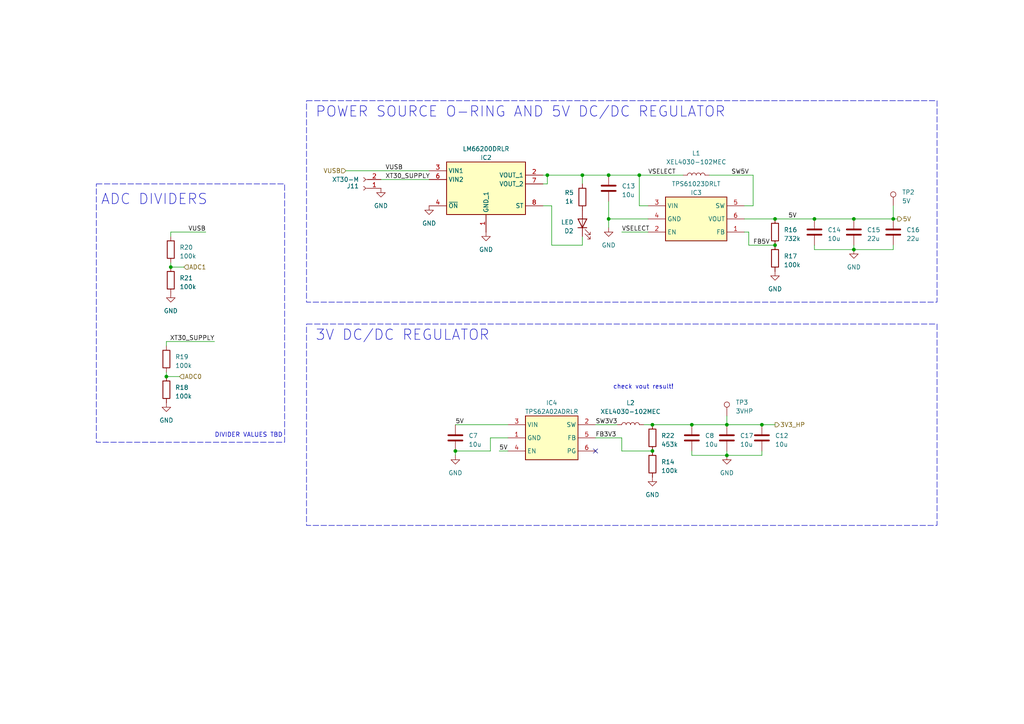
<source format=kicad_sch>
(kicad_sch (version 20230121) (generator eeschema)
  (paper "A4")
  (title_block (title "Payload 2023 CM4 Board") (date "2023-04-25") (rev "0.1WIP") (company "AGH Space Systems") (comment 1 "Filip Tomczyk") (comment 2 "SQ3TLE.DEV"))
  (lib_symbols
    (symbol "Connector:Conn_01x02_Socket" (pin_names (offset 1.016) hide)
      (property "Reference" "J" (at 0 2.54 0))
      (property "Value" "Conn_01x02_Socket" (at 0 -5.08 0))
      (symbol "Conn_01x02_Socket_1_1"
        (arc (start 0 -2.032) (mid -0.5058 -2.54) (end 0 -3.048) (stroke (width 0.1524)))
        (polyline (pts (xy -1.27 -2.54) (xy -0.508 -2.54)) (stroke (width 0.1524)))
        (polyline (pts (xy -1.27 0) (xy -0.508 0)) (stroke (width 0.1524)))
        (arc (start 0 0.508) (mid -0.5058 0) (end 0 -0.508) (stroke (width 0.1524)))
        (pin passive line (at -5.08 0 0) (length 3.81) (name "Pin_1") (number "1"))
        (pin passive line (at -5.08 -2.54 0) (length 3.81) (name "Pin_2") (number "2"))
      )
    )
    (symbol "Connector:TestPoint" (pin_numbers hide) (pin_names (offset 0.762) hide)
      (property "Reference" "TP" (at 0 6.858 0))
      (property "Value" "TestPoint" (at 0 5.08 0))
      (symbol "TestPoint_0_1"
        (circle (center 0 3.302) (radius 0.762))
      )
      (symbol "TestPoint_1_1"
        (pin passive line (at 0 0 90) (length 2.54) (name "1") (number "1"))
      )
    )
    (symbol "Device:C" (pin_numbers hide) (pin_names (offset 0.254))
      (property "Reference" "C" (at 0.635 2.54 0))
      (property "Value" "C" (at 0.635 -2.54 0))
      (symbol "C_0_1"
        (polyline (pts (xy -2.032 -0.762) (xy 2.032 -0.762)) (stroke (width 0.508)))
        (polyline (pts (xy -2.032 0.762) (xy 2.032 0.762)) (stroke (width 0.508)))
      )
      (symbol "C_1_1"
        (pin passive line (at 0 3.81 270) (length 2.794) (name "~") (number "1"))
        (pin passive line (at 0 -3.81 90) (length 2.794) (name "~") (number "2"))
      )
    )
    (symbol "Device:L" (pin_numbers hide) (pin_names (offset 1.016) hide)
      (property "Reference" "L" (at -1.27 0 90))
      (property "Value" "L" (at 1.905 0 90))
      (symbol "L_0_1"
        (arc (start 0 -2.54) (mid 0.6323 -1.905) (end 0 -1.27))
        (arc (start 0 -1.27) (mid 0.6323 -0.635) (end 0 0))
        (arc (start 0 0) (mid 0.6323 0.635) (end 0 1.27))
        (arc (start 0 1.27) (mid 0.6323 1.905) (end 0 2.54))
      )
      (symbol "L_1_1"
        (pin passive line (at 0 3.81 270) (length 1.27) (name "1") (number "1"))
        (pin passive line (at 0 -3.81 90) (length 1.27) (name "2") (number "2"))
      )
    )
    (symbol "Device:LED" (pin_numbers hide) (pin_names (offset 1.016) hide)
      (property "Reference" "D" (at 0 2.54 0))
      (property "Value" "LED" (at 0 -2.54 0))
      (symbol "LED_0_1"
        (polyline (pts (xy -1.27 -1.27) (xy -1.27 1.27)) (stroke (width 0.254)))
        (polyline (pts (xy -1.27 0) (xy 1.27 0)))
        (polyline (pts (xy 1.27 -1.27) (xy 1.27 1.27) (xy -1.27 0) (xy 1.27 -1.27)) (stroke (width 0.254)))
        (polyline (pts (xy -3.048 -0.762) (xy -4.572 -2.286) (xy -3.81 -2.286) (xy -4.572 -2.286) (xy -4.572 -1.524)))
        (polyline (pts (xy -1.778 -0.762) (xy -3.302 -2.286) (xy -2.54 -2.286) (xy -3.302 -2.286) (xy -3.302 -1.524)))
      )
      (symbol "LED_1_1"
        (pin passive line (at -3.81 0 0) (length 2.54) (name "K") (number "1"))
        (pin passive line (at 3.81 0 180) (length 2.54) (name "A") (number "2"))
      )
    )
    (symbol "Device:R" (pin_numbers hide) (pin_names (offset 0))
      (property "Reference" "R" (at 2.032 0 90))
      (property "Value" "R" (at 0 0 90))
      (symbol "R_0_1"
        (rectangle (start -1.016 -2.54) (end 1.016 2.54) (stroke (width 0.254)))
      )
      (symbol "R_1_1"
        (pin passive line (at 0 3.81 270) (length 1.27) (name "~") (number "1"))
        (pin passive line (at 0 -3.81 90) (length 1.27) (name "~") (number "2"))
      )
    )
    (symbol "LibLoader:LM66200DRLR"
      (property "Reference" "IC2" (at 16.51 6.35 0))
      (property "Value" "LM66200DRLR" (at 16.51 8.89 0))
      (symbol "LM66200DRLR_1_1"
        (rectangle (start 5.08 5.08) (end 27.94 -10.16) (stroke (width 0.254)) (fill (type background)))
        (pin passive line (at 16.51 -15.24 90) (length 5.08) (name "GND_1") (number "1"))
        (pin passive line (at 33.02 1.27 180) (length 5.08) (name "VOUT_1") (number "2"))
        (pin passive line (at 0 2.54 0) (length 5.08) (name "VIN1") (number "3"))
        (pin passive line (at 0 -7.62 0) (length 5.08) (name "~{ON}") (number "4"))
        (pin passive line (at 16.51 -15.24 90) (length 5.08) hide (name "GND_2") (number "5"))
        (pin passive line (at 0 0 0) (length 5.08) (name "VIN2") (number "6"))
        (pin passive line (at 33.02 -1.27 180) (length 5.08) (name "VOUT_2") (number "7"))
        (pin passive line (at 33.02 -7.62 180) (length 5.08) (name "ST") (number "8"))
      )
    )
    (symbol "LibLoader:TPS61023DRLT"
      (property "Reference" "IC" (at 24.13 7.62 0))
      (property "Value" "TPS61023DRLT" (at 24.13 5.08 0))
      (symbol "TPS61023DRLT_1_1"
        (rectangle (start 5.08 2.54) (end 22.86 -10.16) (stroke (width 0.254)) (fill (type background)))
        (pin passive line (at 27.94 -7.62 180) (length 5.08) (name "FB") (number "1"))
        (pin passive line (at 0 -7.62 0) (length 5.08) (name "EN") (number "2"))
        (pin passive line (at 0 0 0) (length 5.08) (name "VIN") (number "3"))
        (pin passive line (at 0 -3.81 0) (length 5.08) (name "GND") (number "4"))
        (pin passive line (at 27.94 0 180) (length 5.08) (name "SW") (number "5"))
        (pin passive line (at 27.94 -3.81 180) (length 5.08) (name "VOUT") (number "6"))
      )
    )
    (symbol "LibLoader:TPS62A02ADRLR"
      (property "Reference" "IC" (at 11.43 7.62 0))
      (property "Value" "TPS62A02ADRLR" (at 5.08 5.08 0))
      (symbol "TPS62A02ADRLR_1_1"
        (rectangle (start 5.08 2.54) (end 20.32 -10.16) (stroke (width 0.254)) (fill (type background)))
        (pin passive line (at 0 -3.81 0) (length 5.08) (name "GND") (number "1"))
        (pin passive line (at 25.4 0 180) (length 5.08) (name "SW") (number "2"))
        (pin passive line (at 0 0 0) (length 5.08) (name "VIN") (number "3"))
        (pin passive line (at 0 -7.62 0) (length 5.08) (name "EN") (number "4"))
        (pin passive line (at 25.4 -3.81 180) (length 5.08) (name "FB") (number "5"))
        (pin passive line (at 25.4 -7.62 180) (length 5.08) (name "PG") (number "6"))
      )
    )
    (symbol "power:GND" (power) (pin_names (offset 0))
      (property "Value" "GND" (at 0 -3.81 0))
      (symbol "GND_0_1"
        (polyline (pts (xy 0 0) (xy 0 -1.27) (xy 1.27 -1.27) (xy 0 -2.54) (xy -1.27 -1.27) (xy 0 -1.27)))
      )
      (symbol "GND_1_1"
        (pin power_in line (at 0 0 270) (length 0) hide (name "GND") (number "1"))
      )
    )
  )
  (junction (at 210.82 132.08))
  (junction (at 48.26 109.22))
  (junction (at 132.08 130.81))
  (junction (at 200.66 123.19))
  (junction (at 176.53 50.8))
  (junction (at 259.08 63.5))
  (junction (at 158.75 50.8))
  (junction (at 49.53 77.47))
  (junction (at 210.82 123.19))
  (junction (at 236.22 63.5))
  (junction (at 168.91 50.8))
  (junction (at 220.98 123.19))
  (junction (at 189.23 123.19))
  (junction (at 247.65 63.5))
  (junction (at 176.53 63.5))
  (junction (at 224.79 71.12))
  (junction (at 189.23 130.81))
  (junction (at 224.79 63.5))
  (junction (at 247.65 72.39))
  (junction (at 185.42 50.8))
  (no_connect (at 172.72 130.81))
  (wire (pts (xy 142.24 130.81) (xy 142.24 127)))
  (wire (pts (xy 172.72 127) (xy 180.34 127)))
  (wire (pts (xy 185.42 59.69) (xy 187.96 59.69)))
  (wire (pts (xy 176.53 58.42) (xy 176.53 63.5)))
  (wire (pts (xy 260.35 63.5) (xy 259.08 63.5)))
  (wire (pts (xy 48.26 109.22) (xy 52.07 109.22)))
  (wire (pts (xy 200.66 123.19) (xy 210.82 123.19)))
  (wire (pts (xy 132.08 123.19) (xy 147.32 123.19)))
  (wire (pts (xy 215.9 63.5) (xy 224.79 63.5)))
  (wire (pts (xy 185.42 50.8) (xy 198.12 50.8)))
  (wire (pts (xy 259.08 72.39) (xy 259.08 71.12)))
  (wire (pts (xy 48.26 99.06) (xy 48.26 100.33)))
  (wire (pts (xy 49.53 76.2) (xy 49.53 77.47)))
  (wire (pts (xy 100.33 49.53) (xy 124.46 49.53)))
  (wire (pts (xy 132.08 130.81) (xy 142.24 130.81)))
  (wire (pts (xy 224.79 123.19) (xy 220.98 123.19)))
  (wire (pts (xy 147.32 130.81) (xy 144.78 130.81)))
  (wire (pts (xy 168.91 71.12) (xy 168.91 68.58)))
  (wire (pts (xy 200.66 130.81) (xy 200.66 132.08)))
  (wire (pts (xy 247.65 72.39) (xy 247.65 71.12)))
  (wire (pts (xy 236.22 72.39) (xy 236.22 71.12)))
  (wire (pts (xy 158.75 50.8) (xy 168.91 50.8)))
  (wire (pts (xy 217.17 71.12) (xy 217.17 67.31)))
  (wire (pts (xy 110.49 52.07) (xy 124.46 52.07)))
  (wire (pts (xy 210.82 132.08) (xy 220.98 132.08)))
  (wire (pts (xy 180.34 127) (xy 180.34 130.81)))
  (wire (pts (xy 205.74 50.8) (xy 218.44 50.8)))
  (wire (pts (xy 157.48 50.8) (xy 158.75 50.8)))
  (wire (pts (xy 224.79 63.5) (xy 236.22 63.5)))
  (wire (pts (xy 247.65 72.39) (xy 259.08 72.39)))
  (wire (pts (xy 49.53 67.31) (xy 59.69 67.31)))
  (wire (pts (xy 48.26 99.06) (xy 62.23 99.06)))
  (wire (pts (xy 220.98 132.08) (xy 220.98 130.81)))
  (wire (pts (xy 172.72 123.19) (xy 179.07 123.19)))
  (wire (pts (xy 176.53 63.5) (xy 187.96 63.5)))
  (wire (pts (xy 49.53 77.47) (xy 53.34 77.47)))
  (wire (pts (xy 180.34 130.81) (xy 189.23 130.81)))
  (wire (pts (xy 200.66 132.08) (xy 210.82 132.08)))
  (wire (pts (xy 210.82 123.19) (xy 220.98 123.19)))
  (wire (pts (xy 168.91 50.8) (xy 168.91 53.34)))
  (wire (pts (xy 49.53 67.31) (xy 49.53 68.58)))
  (wire (pts (xy 236.22 63.5) (xy 247.65 63.5)))
  (wire (pts (xy 217.17 71.12) (xy 224.79 71.12)))
  (wire (pts (xy 158.75 53.34) (xy 157.48 53.34)))
  (wire (pts (xy 158.75 50.8) (xy 158.75 53.34)))
  (wire (pts (xy 247.65 63.5) (xy 259.08 63.5)))
  (wire (pts (xy 218.44 50.8) (xy 218.44 59.69)))
  (wire (pts (xy 157.48 59.69) (xy 160.02 59.69)))
  (wire (pts (xy 48.26 107.95) (xy 48.26 109.22)))
  (wire (pts (xy 168.91 50.8) (xy 176.53 50.8)))
  (wire (pts (xy 180.34 67.31) (xy 187.96 67.31)))
  (wire (pts (xy 176.53 50.8) (xy 185.42 50.8)))
  (wire (pts (xy 185.42 50.8) (xy 185.42 59.69)))
  (wire (pts (xy 186.69 123.19) (xy 189.23 123.19)))
  (wire (pts (xy 160.02 71.12) (xy 168.91 71.12)))
  (wire (pts (xy 218.44 59.69) (xy 215.9 59.69)))
  (wire (pts (xy 189.23 123.19) (xy 200.66 123.19)))
  (wire (pts (xy 210.82 120.65) (xy 210.82 123.19)))
  (wire (pts (xy 176.53 66.04) (xy 176.53 63.5)))
  (wire (pts (xy 236.22 72.39) (xy 247.65 72.39)))
  (wire (pts (xy 142.24 127) (xy 147.32 127)))
  (wire (pts (xy 210.82 132.08) (xy 210.82 130.81)))
  (wire (pts (xy 160.02 59.69) (xy 160.02 71.12)))
  (wire (pts (xy 132.08 132.08) (xy 132.08 130.81)))
  (wire (pts (xy 259.08 59.69) (xy 259.08 63.5)))
  (wire (pts (xy 217.17 67.31) (xy 215.9 67.31)))
  (rectangle (start 88.9 29.21) (end 271.78 87.63) (stroke (width 0) (type dash)))
  (rectangle (start 27.94 53.34) (end 82.55 128.27) (stroke (width 0) (type dash)))
  (rectangle (start 88.9 93.98) (end 271.78 152.4) (stroke (width 0) (type dash)))
  (text "ADC DIVIDERS" (at 29.21 59.69 0) (effects (font (size 3 3)) (justify left bottom)))
  (text "POWER SOURCE O-RING AND 5V DC/DC REGULATOR" (at 91.44 34.29 0) (effects (font (size 3 3)) (justify left bottom)))
  (text "check vout result!" (at 177.8 113.03 0) (effects (font (size 1.27 1.27)) (justify left bottom)))
  (text "3V DC/DC REGULATOR" (at 91.44 99.06 0) (effects (font (size 3 3)) (justify left bottom)))
  (text "DIVIDER VALUES TBD" (at 62.23 127 0) (effects (font (size 1.27 1.27)) (justify left bottom)))
  (label "5V" (at 228.6 63.5 0))
  (label "VUSB" (at 59.69 67.31 180))
  (label "XT30_SUPPLY" (at 62.23 99.06 180))
  (label "FB5V" (at 218.44 71.12 0))
  (label "SW3V3" (at 172.72 123.19 0))
  (label "FB3V3" (at 172.72 127 0))
  (label "5V" (at 144.78 130.81 0))
  (label "XT30_SUPPLY" (at 111.76 52.07 0))
  (label "SW5V" (at 212.09 50.8 0))
  (label "VSELECT" (at 187.96 50.8 0))
  (label "VUSB" (at 111.76 49.53 0))
  (label "5V" (at 132.08 123.19 0))
  (label "VSELECT" (at 180.34 67.31 0))
  (hierarchical_label "ADC1" (shape input) (at 53.34 77.47 0))
  (hierarchical_label "3V3_HP" (shape output) (at 224.79 123.19 0))
  (hierarchical_label "ADC0" (shape input) (at 52.07 109.22 0))
  (hierarchical_label "5V" (shape output) (at 260.35 63.5 0))
  (hierarchical_label "VUSB" (shape input) (at 100.33 49.53 180))
  (symbol (lib_id "Device:LED") (at 168.91 64.77 90) (unit 1)
    (property "Reference" "D2" (at 166.37 66.9925 90) (effects (justify left)))
    (property "Value" "LED" (at 166.37 64.4525 90) (effects (justify left)))
    (property "Footprint" "Diode_SMD:D_0603_1608Metric" (effects hide))
  )
  (symbol (lib_id "Device:R") (at 168.91 57.15 180) (unit 1)
    (property "Reference" "R5" (at 165.1 55.88 0))
    (property "Value" "1k" (at 165.1 58.42 0))
    (property "Footprint" "Capacitor_SMD:C_0402_1005Metric" (effects hide))
    (instances (project "Payload_cm4_23" (path "" (reference "R5") (unit 1)) (path "" (reference "R15") (unit 1))))
  )
  (symbol (lib_id "Device:L") (at 182.88 123.19 90) (unit 1)
    (property "Reference" "L2" (at 182.88 116.84 90))
    (property "Value" "XEL4030-102MEC" (at 182.88 119.38 90))
    (property "Footprint" "Inductor_SMD:L_Coilcraft_XxL4030" (effects hide))
  )
  (symbol (lib_id "Device:C") (at 176.53 54.61 0) (unit 1)
    (property "Reference" "C13" (at 180.34 53.975 0) (effects (justify left)))
    (property "Value" "10u" (at 180.34 56.515 0) (effects (justify left)))
    (property "Footprint" "Capacitor_SMD:C_0805_2012Metric" (effects hide))
  )
  (symbol (lib_id "power:GND") (at 210.82 132.08 0) (unit 1)
    (property "Reference" "#PWR040" (effects hide))
    (property "Value" "GND" (at 210.82 137.16 0))
  )
  (symbol (lib_id "Device:R") (at 48.26 113.03 0) (unit 1)
    (property "Reference" "R18" (at 50.8 112.395 0) (effects (justify left)))
    (property "Value" "100k" (at 50.8 114.935 0) (effects (justify left)))
    (property "Footprint" "Capacitor_SMD:C_0402_1005Metric" (effects hide))
  )
  (symbol (lib_id "Connector:Conn_01x02_Socket") (at 105.41 54.61 180) (unit 1)
    (property "Reference" "J11" (at 104.14 53.975 0) (effects (justify left)))
    (property "Value" "XT30-M" (at 104.14 52.07 0) (effects (justify left)))
    (property "Footprint" "Connector_AMASS:AMASS_XT30U-M_1x02_P5.0mm_Vertical" (effects hide))
  )
  (symbol (lib_id "Connector:TestPoint") (at 259.08 59.69 0) (unit 1)
    (property "Reference" "TP2" (at 261.62 55.753 0) (effects (justify left)))
    (property "Value" "5V" (at 261.62 58.293 0) (effects (justify left)))
    (property "Footprint" "TestPoint:TestPoint_Pad_D2.0mm" (effects hide))
  )
  (symbol (lib_id "LibLoader:TPS61023DRLT") (at 187.96 59.69 0) (unit 1)
    (property "Reference" "IC3" (at 201.93 55.88 0))
    (property "Value" "TPS61023DRLT" (at 201.93 53.34 0))
    (property "Footprint" "SOTFL50P160X60-6N" (effects hide))
    (property "Datasheet" "http://www.ti.com/general/docs/suppproductinfo.tsp?distId=10&gotoUrl=http%3A%2F%2Fwww.ti.com%2Flit%2Fgpn%2Ftps61023" (effects hide))
    (property "Height" "0.6" (effects hide))
    (property "Mouser Part Number" "595-TPS61023DRLT" (effects hide))
    (property "Mouser Price/Stock" "https://www.mouser.co.uk/ProductDetail/Texas-Instruments/TPS61023DRLT?qs=BJlw7L4Cy78Zr3IJIU3gNw%3D%3D" (effects hide))
    (property "Manufacturer_Name" "Texas Instruments" (effects hide))
    (property "Manufacturer_Part_Number" "TPS61023DRLT" (effects hide))
  )
  (symbol (lib_id "Device:R") (at 49.53 81.28 0) (unit 1)
    (property "Reference" "R21" (at 52.07 80.645 0) (effects (justify left)))
    (property "Value" "100k" (at 52.07 83.185 0) (effects (justify left)))
    (property "Footprint" "Capacitor_SMD:C_0402_1005Metric" (effects hide))
  )
  (symbol (lib_id "Device:C") (at 259.08 67.31 0) (unit 1)
    (property "Reference" "C16" (at 262.89 66.675 0) (effects (justify left)))
    (property "Value" "22u" (at 262.89 69.215 0) (effects (justify left)))
    (property "Footprint" "Capacitor_SMD:C_0805_2012Metric" (effects hide))
  )
  (symbol (lib_id "Device:C") (at 210.82 127 0) (unit 1)
    (property "Reference" "C17" (at 214.63 126.365 0) (effects (justify left)))
    (property "Value" "10u" (at 214.63 128.905 0) (effects (justify left)))
    (property "Footprint" "Capacitor_SMD:C_0402_1005Metric" (effects hide))
  )
  (symbol (lib_id "Device:R") (at 224.79 74.93 0) (unit 1)
    (property "Reference" "R17" (at 227.33 74.295 0) (effects (justify left)))
    (property "Value" "100k" (at 227.33 76.835 0) (effects (justify left)))
    (property "Footprint" "Capacitor_SMD:C_0402_1005Metric" (effects hide))
  )
  (symbol (lib_id "power:GND") (at 132.08 132.08 0) (unit 1)
    (property "Reference" "#PWR038" (effects hide))
    (property "Value" "GND" (at 132.08 137.16 0))
  )
  (symbol (lib_id "power:GND") (at 49.53 85.09 0) (unit 1)
    (property "Reference" "#PWR037" (effects hide))
    (property "Value" "GND" (at 49.53 90.17 0))
  )
  (symbol (lib_id "Device:R") (at 48.26 104.14 0) (unit 1)
    (property "Reference" "R19" (at 50.8 103.505 0) (effects (justify left)))
    (property "Value" "100k" (at 50.8 106.045 0) (effects (justify left)))
    (property "Footprint" "Capacitor_SMD:C_0402_1005Metric" (effects hide))
  )
  (symbol (lib_id "Device:C") (at 236.22 67.31 0) (unit 1)
    (property "Reference" "C14" (at 240.03 66.675 0) (effects (justify left)))
    (property "Value" "10u" (at 240.03 69.215 0) (effects (justify left)))
    (property "Footprint" "Capacitor_SMD:C_0805_2012Metric" (effects hide))
  )
  (symbol (lib_id "Device:R") (at 224.79 67.31 0) (unit 1)
    (property "Reference" "R16" (at 227.33 66.675 0) (effects (justify left)))
    (property "Value" "732k" (at 227.33 69.215 0) (effects (justify left)))
    (property "Footprint" "Capacitor_SMD:C_0402_1005Metric" (effects hide))
  )
  (symbol (lib_id "LibLoader:LM66200DRLR") (at 124.46 52.07 0) (unit 1)
    (property "Reference" "IC2" (at 140.97 45.72 0))
    (property "Value" "LM66200DRLR" (at 140.97 43.18 0))
    (property "Footprint" "SOTFL50P160X60-8N" (effects hide))
    (property "Datasheet" "https://www.ti.com/lit/gpn/lm66200" (effects hide))
    (property "Height" "0.6" (effects hide))
    (property "Mouser Part Number" "595-LM66200DRLR" (effects hide))
    (property "Mouser Price/Stock" "https://www.mouser.co.uk/ProductDetail/Texas-Instruments/LM66200DRLR?qs=Rp5uXu7WBW90hnpZAkIOdQ%3D%3D" (effects hide))
    (property "Manufacturer_Name" "Texas Instruments" (effects hide))
    (property "Manufacturer_Part_Number" "LM66200DRLR" (effects hide))
  )
  (symbol (lib_id "Device:C") (at 132.08 127 0) (unit 1)
    (property "Reference" "C7" (at 135.89 126.365 0) (effects (justify left)))
    (property "Value" "10u" (at 135.89 128.905 0) (effects (justify left)))
    (property "Footprint" "Capacitor_SMD:C_0805_2012Metric" (effects hide))
  )
  (symbol (lib_id "power:GND") (at 48.26 116.84 0) (unit 1)
    (property "Reference" "#PWR031" (effects hide))
    (property "Value" "GND" (at 48.26 121.92 0))
  )
  (symbol (lib_id "Device:R") (at 189.23 127 0) (unit 1)
    (property "Reference" "R22" (at 191.77 126.365 0) (effects (justify left)))
    (property "Value" "453k" (at 191.77 128.905 0) (effects (justify left)))
    (property "Footprint" "Capacitor_SMD:C_0402_1005Metric" (effects hide))
  )
  (symbol (lib_id "Connector:TestPoint") (at 210.82 120.65 0) (unit 1)
    (property "Reference" "TP3" (at 213.36 116.713 0) (effects (justify left)))
    (property "Value" "3VHP" (at 213.36 119.253 0) (effects (justify left)))
    (property "Footprint" "TestPoint:TestPoint_Pad_D2.0mm" (effects hide))
  )
  (symbol (lib_id "power:GND") (at 176.53 66.04 0) (unit 1)
    (property "Reference" "#PWR034" (effects hide))
    (property "Value" "GND" (at 176.53 71.12 0))
  )
  (symbol (lib_id "Device:C") (at 247.65 67.31 0) (unit 1)
    (property "Reference" "C15" (at 251.46 66.675 0) (effects (justify left)))
    (property "Value" "22u" (at 251.46 69.215 0) (effects (justify left)))
    (property "Footprint" "Capacitor_SMD:C_0805_2012Metric" (effects hide))
  )
  (symbol (lib_id "power:GND") (at 110.49 54.61 0) (mirror y) (unit 1)
    (property "Reference" "#PWR029" (effects hide))
    (property "Value" "GND" (at 110.49 59.69 0))
  )
  (symbol (lib_id "power:GND") (at 247.65 72.39 0) (unit 1)
    (property "Reference" "#PWR036" (effects hide))
    (property "Value" "GND" (at 247.65 77.47 0))
  )
  (symbol (lib_id "power:GND") (at 189.23 138.43 0) (unit 1)
    (property "Reference" "#PWR039" (effects hide))
    (property "Value" "GND" (at 189.23 143.51 0))
  )
  (symbol (lib_id "Device:R") (at 189.23 134.62 0) (unit 1)
    (property "Reference" "R14" (at 191.77 133.985 0) (effects (justify left)))
    (property "Value" "100k" (at 191.77 136.525 0) (effects (justify left)))
    (property "Footprint" "Capacitor_SMD:C_0402_1005Metric" (effects hide))
  )
  (symbol (lib_id "power:GND") (at 224.79 78.74 0) (unit 1)
    (property "Reference" "#PWR035" (effects hide))
    (property "Value" "GND" (at 224.79 83.82 0))
  )
  (symbol (lib_id "Device:C") (at 220.98 127 0) (unit 1)
    (property "Reference" "C12" (at 224.79 126.365 0) (effects (justify left)))
    (property "Value" "10u" (at 224.79 128.905 0) (effects (justify left)))
    (property "Footprint" "Capacitor_SMD:C_0805_2012Metric" (effects hide))
  )
  (symbol (lib_id "Device:C") (at 200.66 127 0) (unit 1)
    (property "Reference" "C8" (at 204.47 126.365 0) (effects (justify left)))
    (property "Value" "10u" (at 204.47 128.905 0) (effects (justify left)))
    (property "Footprint" "Capacitor_SMD:C_0805_2012Metric" (effects hide))
  )
  (symbol (lib_id "LibLoader:TPS62A02ADRLR") (at 147.32 123.19 0) (unit 1)
    (property "Reference" "IC4" (at 160.02 116.84 0))
    (property "Value" "TPS62A02ADRLR" (at 160.02 119.38 0))
    (property "Footprint" "SOTFL50P160X60-6N" (effects hide))
    (property "Datasheet" "https://www.ti.com/lit/ds/symlink/tps62a01a.pdf?ts=1674357044768&ref_url=https%253A%252F%252Fwww.google.com%252F" (effects hide))
    (property "Height" "0.6" (effects hide))
    (property "Mouser Part Number" "595-TPS62A02ADRLR" (effects hide))
    (property "Mouser Price/Stock" "https://www.mouser.co.uk/ProductDetail/Texas-Instruments/TPS62A02ADRLR?qs=By6Nw2ByBD27zXzxBxM12w%3D%3D" (effects hide))
    (property "Manufacturer_Name" "Texas Instruments" (effects hide))
    (property "Manufacturer_Part_Number" "TPS62A02ADRLR" (effects hide))
  )
  (symbol (lib_id "Device:R") (at 49.53 72.39 0) (unit 1)
    (property "Reference" "R20" (at 52.07 71.755 0) (effects (justify left)))
    (property "Value" "100k" (at 52.07 74.295 0) (effects (justify left)))
    (property "Footprint" "Capacitor_SMD:C_0402_1005Metric" (effects hide))
  )
  (symbol (lib_id "power:GND") (at 140.97 67.31 0) (unit 1)
    (property "Reference" "#PWR030" (effects hide))
    (property "Value" "GND" (at 140.97 72.39 0))
  )
  (symbol (lib_id "Device:L") (at 201.93 50.8 90) (unit 1)
    (property "Reference" "L1" (at 201.93 44.45 90))
    (property "Value" "XEL4030-102MEC" (at 201.93 46.99 90))
    (property "Footprint" "Inductor_SMD:L_Coilcraft_XxL4030" (effects hide))
  )
  (symbol (lib_id "power:GND") (at 124.46 59.69 0) (unit 1)
    (property "Reference" "#PWR019" (effects hide))
    (property "Value" "GND" (at 124.46 64.77 0))
  )
)
</source>
